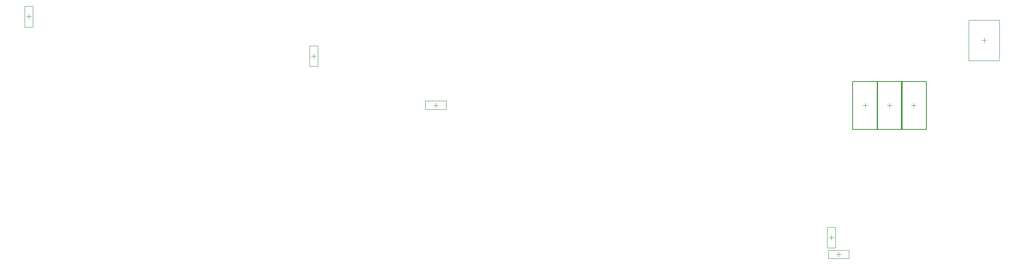
<source format=gbr>
%TF.GenerationSoftware,Altium Limited,Altium Designer,24.3.1 (35)*%
G04 Layer_Color=32768*
%FSLAX43Y43*%
%MOMM*%
%TF.SameCoordinates,2EF1D394-34E5-4190-8ABA-250447B0B6E5*%
%TF.FilePolarity,Positive*%
%TF.FileFunction,Other,Mechanical_15*%
%TF.Part,Single*%
G01*
G75*
%TA.AperFunction,NonConductor*%
%ADD88C,0.200*%
%ADD129C,0.100*%
%ADD138C,0.050*%
D88*
X202742Y48935D02*
X207902D01*
X202742D02*
Y58915D01*
X207902D01*
Y48935D02*
Y58915D01*
X207757Y48935D02*
X212917D01*
X207757D02*
Y58915D01*
X212917D01*
Y48935D02*
Y58915D01*
X197702Y48935D02*
X202862D01*
X197702D02*
Y58915D01*
X202862D01*
Y48935D02*
Y58915D01*
D129*
X27600Y71800D02*
Y72800D01*
X27100Y72300D02*
X28100D01*
X194839Y22652D02*
Y23652D01*
X194339Y23152D02*
X195339D01*
X86449Y63600D02*
Y64600D01*
X85949Y64100D02*
X86949D01*
X111125Y54000D02*
X112125D01*
X111625Y53500D02*
Y54500D01*
X193283Y26152D02*
Y27152D01*
X192783Y26652D02*
X193783D01*
X204822Y53925D02*
X205822D01*
X205322Y53425D02*
Y54425D01*
X209837Y53925D02*
X210837D01*
X210337Y53425D02*
Y54425D01*
X199782Y53925D02*
X200782D01*
X200282Y53425D02*
Y54425D01*
D138*
X28475Y70175D02*
Y74425D01*
X26725D02*
X28475D01*
X26725Y70175D02*
Y74425D01*
Y70175D02*
X28475D01*
X196964Y22277D02*
Y24027D01*
X192714Y22277D02*
X196964D01*
X192714D02*
Y24027D01*
X196964D01*
X85574Y61975D02*
Y66225D01*
Y61975D02*
X87324D01*
Y66225D01*
X85574D02*
X87324D01*
X109500Y53125D02*
X113750D01*
Y54875D01*
X109500D02*
X113750D01*
X109500Y53125D02*
Y54875D01*
X192408Y24527D02*
Y28777D01*
Y24527D02*
X194158D01*
Y28777D01*
X192408D02*
X194158D01*
X221650Y63230D02*
X228000D01*
Y71590D01*
X221650D02*
X228000D01*
X221650Y63230D02*
Y71590D01*
X224825Y66910D02*
Y67910D01*
X224325Y67410D02*
X225325D01*
%TF.MD5,a8ba84539531967a23920fd4e96adcdc*%
M02*

</source>
